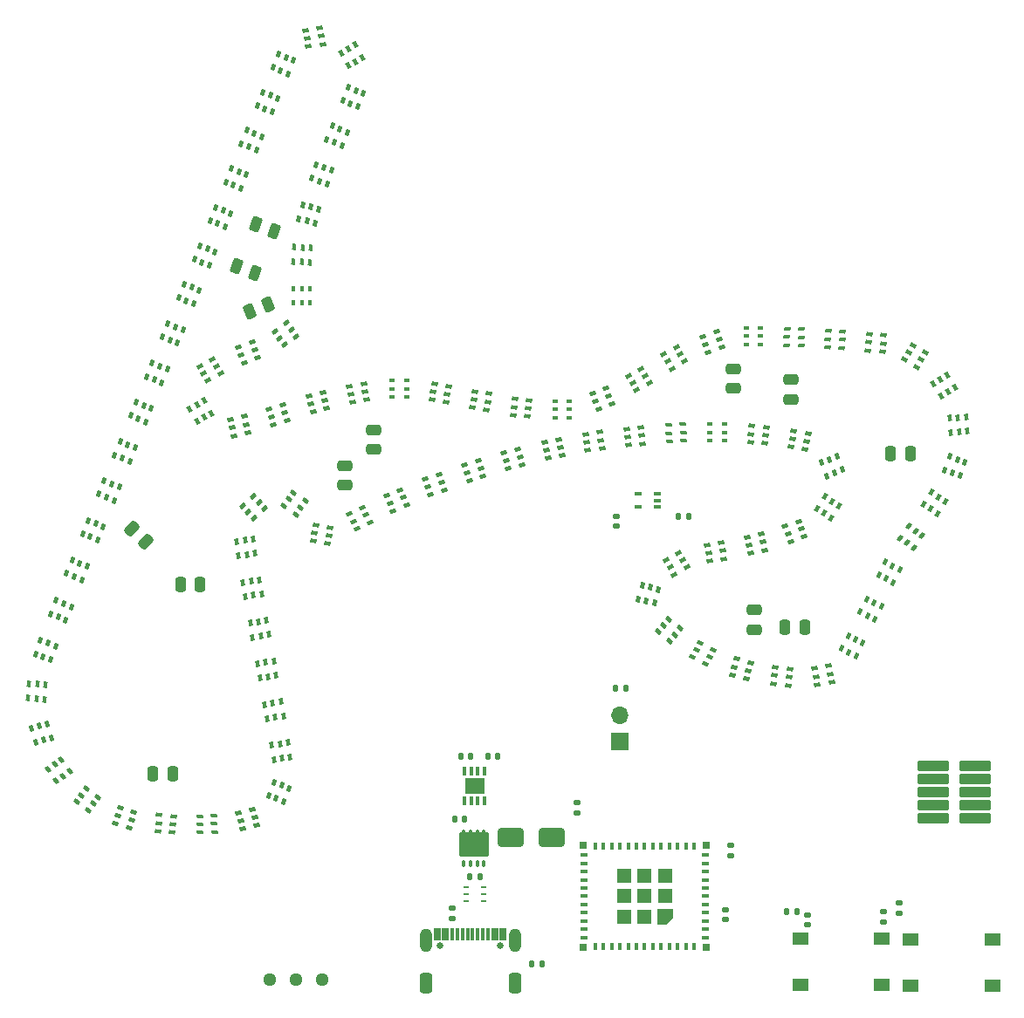
<source format=gbr>
%TF.GenerationSoftware,KiCad,Pcbnew,8.0.1*%
%TF.CreationDate,2024-05-16T13:46:45+01:00*%
%TF.ProjectId,f1-led-circuit,66312d6c-6564-42d6-9369-72637569742e,v1.0*%
%TF.SameCoordinates,Original*%
%TF.FileFunction,Soldermask,Top*%
%TF.FilePolarity,Negative*%
%FSLAX46Y46*%
G04 Gerber Fmt 4.6, Leading zero omitted, Abs format (unit mm)*
G04 Created by KiCad (PCBNEW 8.0.1) date 2024-05-16 13:46:45*
%MOMM*%
%LPD*%
G01*
G04 APERTURE LIST*
G04 Aperture macros list*
%AMRoundRect*
0 Rectangle with rounded corners*
0 $1 Rounding radius*
0 $2 $3 $4 $5 $6 $7 $8 $9 X,Y pos of 4 corners*
0 Add a 4 corners polygon primitive as box body*
4,1,4,$2,$3,$4,$5,$6,$7,$8,$9,$2,$3,0*
0 Add four circle primitives for the rounded corners*
1,1,$1+$1,$2,$3*
1,1,$1+$1,$4,$5*
1,1,$1+$1,$6,$7*
1,1,$1+$1,$8,$9*
0 Add four rect primitives between the rounded corners*
20,1,$1+$1,$2,$3,$4,$5,0*
20,1,$1+$1,$4,$5,$6,$7,0*
20,1,$1+$1,$6,$7,$8,$9,0*
20,1,$1+$1,$8,$9,$2,$3,0*%
%AMRotRect*
0 Rectangle, with rotation*
0 The origin of the aperture is its center*
0 $1 length*
0 $2 width*
0 $3 Rotation angle, in degrees counterclockwise*
0 Add horizontal line*
21,1,$1,$2,0,0,$3*%
%AMFreePoly0*
4,1,6,0.725000,-0.725000,-0.725000,-0.725000,-0.725000,0.125000,-0.125000,0.725000,0.725000,0.725000,0.725000,-0.725000,0.725000,-0.725000,$1*%
G04 Aperture macros list end*
%ADD10RotRect,0.600000X0.400000X345.000000*%
%ADD11C,0.650000*%
%ADD12RoundRect,0.040000X-0.300000X-0.575000X0.300000X-0.575000X0.300000X0.575000X-0.300000X0.575000X0*%
%ADD13RoundRect,0.040000X-0.150000X-0.575000X0.150000X-0.575000X0.150000X0.575000X-0.150000X0.575000X0*%
%ADD14O,1.204000X2.304000*%
%ADD15RoundRect,0.301000X-0.301000X-0.701000X0.301000X-0.701000X0.301000X0.701000X-0.301000X0.701000X0*%
%ADD16RotRect,0.600000X0.400000X120.000000*%
%ADD17R,1.550000X1.300000*%
%ADD18RoundRect,0.250000X-0.475000X0.250000X-0.475000X-0.250000X0.475000X-0.250000X0.475000X0.250000X0*%
%ADD19RotRect,0.600000X0.400000X200.000000*%
%ADD20RotRect,0.600000X0.400000X190.000000*%
%ADD21RotRect,0.600000X0.400000X247.000000*%
%ADD22RotRect,0.600000X0.400000X248.000000*%
%ADD23RotRect,0.600000X0.400000X98.000000*%
%ADD24RoundRect,0.250000X-0.250000X-0.475000X0.250000X-0.475000X0.250000X0.475000X-0.250000X0.475000X0*%
%ADD25RotRect,0.600000X0.400000X35.000000*%
%ADD26R,0.304800X0.812800*%
%ADD27R,1.854200X1.600200*%
%ADD28RotRect,0.600000X0.400000X198.000000*%
%ADD29RoundRect,0.250000X0.397383X0.360849X-0.072464X0.531859X-0.397383X-0.360849X0.072464X-0.531859X0*%
%ADD30R,0.600000X0.400000*%
%ADD31RoundRect,0.140000X-0.170000X0.140000X-0.170000X-0.140000X0.170000X-0.140000X0.170000X0.140000X0*%
%ADD32R,1.700000X1.700000*%
%ADD33O,1.700000X1.700000*%
%ADD34RotRect,0.600000X0.400000X55.000000*%
%ADD35RoundRect,0.140000X-0.140000X-0.170000X0.140000X-0.170000X0.140000X0.170000X-0.140000X0.170000X0*%
%ADD36RotRect,0.600000X0.400000X87.000000*%
%ADD37RotRect,0.600000X0.400000X355.000000*%
%ADD38RoundRect,0.250000X-1.000000X-0.650000X1.000000X-0.650000X1.000000X0.650000X-1.000000X0.650000X0*%
%ADD39RotRect,0.600000X0.400000X6.000000*%
%ADD40RotRect,0.600000X0.400000X170.000000*%
%ADD41RotRect,0.600000X0.400000X319.000000*%
%ADD42RotRect,0.600000X0.400000X67.000000*%
%ADD43RoundRect,0.140000X0.170000X-0.140000X0.170000X0.140000X-0.170000X0.140000X-0.170000X-0.140000X0*%
%ADD44RoundRect,0.250000X-0.512652X-0.159099X-0.159099X-0.512652X0.512652X0.159099X0.159099X0.512652X0*%
%ADD45RoundRect,0.140000X0.140000X0.170000X-0.140000X0.170000X-0.140000X-0.170000X0.140000X-0.170000X0*%
%ADD46R,0.800000X0.400000*%
%ADD47R,0.400000X0.800000*%
%ADD48FreePoly0,180.000000*%
%ADD49R,1.450000X1.450000*%
%ADD50R,0.700000X0.700000*%
%ADD51RotRect,0.600000X0.400000X250.000000*%
%ADD52RotRect,0.600000X0.400000X100.000000*%
%ADD53RotRect,0.600000X0.400000X99.000000*%
%ADD54RotRect,0.600000X0.400000X175.000000*%
%ADD55RoundRect,0.100000X0.100000X-0.200000X0.100000X0.200000X-0.100000X0.200000X-0.100000X-0.200000X0*%
%ADD56RoundRect,0.100000X1.300000X-1.075000X1.300000X1.075000X-1.300000X1.075000X-1.300000X-1.075000X0*%
%ADD57RotRect,0.600000X0.400000X192.000000*%
%ADD58RoundRect,0.135000X-0.135000X-0.185000X0.135000X-0.185000X0.135000X0.185000X-0.135000X0.185000X0*%
%ADD59RotRect,0.600000X0.400000X349.000000*%
%ADD60RotRect,0.600000X0.400000X70.000000*%
%ADD61RotRect,0.600000X0.400000X27.000000*%
%ADD62RotRect,0.600000X0.400000X324.000000*%
%ADD63RotRect,0.600000X0.400000X193.000000*%
%ADD64RotRect,0.600000X0.400000X237.000000*%
%ADD65RotRect,0.600000X0.400000X149.000000*%
%ADD66RotRect,0.600000X0.400000X266.000000*%
%ADD67RoundRect,0.135000X0.185000X-0.135000X0.185000X0.135000X-0.185000X0.135000X-0.185000X-0.135000X0*%
%ADD68RotRect,0.600000X0.400000X325.000000*%
%ADD69RotRect,0.600000X0.400000X42.000000*%
%ADD70RotRect,0.600000X0.400000X356.000000*%
%ADD71RoundRect,0.250000X0.250000X0.475000X-0.250000X0.475000X-0.250000X-0.475000X0.250000X-0.475000X0*%
%ADD72RoundRect,0.135000X0.135000X0.185000X-0.135000X0.185000X-0.135000X-0.185000X0.135000X-0.185000X0*%
%ADD73RotRect,0.600000X0.400000X197.000000*%
%ADD74RotRect,0.600000X0.400000X177.000000*%
%ADD75RotRect,0.600000X0.400000X210.000000*%
%ADD76RotRect,0.600000X0.400000X19.000000*%
%ADD77RotRect,0.600000X0.400000X286.000000*%
%ADD78RoundRect,0.135000X-0.185000X0.135000X-0.185000X-0.135000X0.185000X-0.135000X0.185000X0.135000X0*%
%ADD79RotRect,0.600000X0.400000X23.000000*%
%ADD80R,0.604799X0.229400*%
%ADD81RotRect,0.600000X0.400000X63.000000*%
%ADD82RotRect,0.600000X0.400000X8.000000*%
%ADD83RoundRect,0.250000X-0.044529X-0.534923X0.415723X-0.339557X0.044529X0.534923X-0.415723X0.339557X0*%
%ADD84RotRect,0.600000X0.400000X202.000000*%
%ADD85R,0.400000X0.600000*%
%ADD86RotRect,0.600000X0.400000X123.000000*%
%ADD87RotRect,0.600000X0.400000X350.000000*%
%ADD88RotRect,0.600000X0.400000X95.000000*%
%ADD89RotRect,0.600000X0.400000X75.000000*%
%ADD90RotRect,0.600000X0.400000X354.000000*%
%ADD91C,1.295400*%
%ADD92RotRect,0.600000X0.400000X68.000000*%
%ADD93RotRect,0.600000X0.400000X2.000000*%
%ADD94RotRect,0.600000X0.400000X30.000000*%
%ADD95RoundRect,0.100000X0.225000X0.100000X-0.225000X0.100000X-0.225000X-0.100000X0.225000X-0.100000X0*%
%ADD96RotRect,0.600000X0.400000X178.000000*%
%ADD97RotRect,0.600000X0.400000X18.000000*%
%ADD98RotRect,0.600000X0.400000X292.000000*%
%ADD99RotRect,0.600000X0.400000X57.000000*%
%ADD100RoundRect,0.250000X0.475000X-0.250000X0.475000X0.250000X-0.475000X0.250000X-0.475000X-0.250000X0*%
%ADD101RoundRect,0.250000X-0.397383X-0.360849X0.072464X-0.531859X0.397383X0.360849X-0.072464X0.531859X0*%
%ADD102RotRect,0.600000X0.400000X10.000000*%
%ADD103RotRect,0.600000X0.400000X20.000000*%
%ADD104RotRect,0.600000X0.400000X195.000000*%
%ADD105RoundRect,0.102000X1.395000X-0.370000X1.395000X0.370000X-1.395000X0.370000X-1.395000X-0.370000X0*%
%ADD106RotRect,0.600000X0.400000X3.000000*%
%ADD107RotRect,0.600000X0.400000X12.000000*%
%ADD108RotRect,0.600000X0.400000X211.000000*%
%ADD109RotRect,0.600000X0.400000X16.000000*%
%ADD110RotRect,0.600000X0.400000X344.000000*%
%ADD111RotRect,0.600000X0.400000X332.000000*%
%ADD112RotRect,0.600000X0.400000X255.000000*%
%ADD113RotRect,0.600000X0.400000X305.000000*%
%ADD114RotRect,0.600000X0.400000X15.000000*%
G04 APERTURE END LIST*
D10*
%TO.C,U1*%
X174155907Y-115546086D03*
X173948852Y-116318827D03*
X173741797Y-117091567D03*
X175508203Y-115908433D03*
X175301148Y-116681173D03*
X175094093Y-117453914D03*
%TD*%
D11*
%TO.C,J1*%
X145432500Y-143357500D03*
X151212500Y-143357500D03*
D12*
X145122500Y-142282500D03*
X145922500Y-142282500D03*
D13*
X147072500Y-142282500D03*
X148072500Y-142282500D03*
X148572500Y-142282500D03*
X149572500Y-142282500D03*
X150072500Y-142282500D03*
X149072500Y-142282500D03*
X147572500Y-142282500D03*
X146572500Y-142282500D03*
D12*
X150722500Y-142282500D03*
X151522500Y-142282500D03*
D14*
X144002500Y-142857500D03*
X152642500Y-142857500D03*
D15*
X144002500Y-147037500D03*
X152642500Y-147037500D03*
%TD*%
D16*
%TO.C,U68*%
X121832179Y-92481217D03*
X122525000Y-92081218D03*
X123217821Y-91681217D03*
X121132179Y-91268783D03*
X121825000Y-90868782D03*
X122517821Y-90468783D03*
%TD*%
D17*
%TO.C,SW1*%
X180325000Y-142675000D03*
X180325000Y-147175000D03*
X188275000Y-142675000D03*
X188275000Y-147175000D03*
%TD*%
D18*
%TO.C,C24*%
X173850000Y-87400000D03*
X173850000Y-89300000D03*
%TD*%
D19*
%TO.C,U8*%
X180731400Y-103687340D03*
X180457784Y-102935585D03*
X180184169Y-102183832D03*
X179415831Y-104166168D03*
X179142216Y-103414415D03*
X178868600Y-102662660D03*
%TD*%
D20*
%TO.C,U72*%
X138278284Y-90391292D03*
X138139365Y-89603447D03*
X138000447Y-88815600D03*
X136899553Y-90634400D03*
X136760635Y-89846553D03*
X136621716Y-89058708D03*
%TD*%
D21*
%TO.C,U55*%
X129684916Y-61168231D03*
X128948512Y-60855646D03*
X128212109Y-60543061D03*
X129137891Y-62456939D03*
X128401488Y-62144354D03*
X127665084Y-61831769D03*
%TD*%
D22*
%TO.C,U45*%
X114303972Y-98850657D03*
X113562225Y-98550971D03*
X112820478Y-98251286D03*
X113779522Y-100148714D03*
X113037775Y-99849029D03*
X112296028Y-99549343D03*
%TD*%
D23*
%TO.C,U26*%
X125880207Y-105529526D03*
X126672421Y-105418188D03*
X127464636Y-105306849D03*
X125685364Y-104143151D03*
X126477579Y-104031812D03*
X127269793Y-103920474D03*
%TD*%
D24*
%TO.C,C26*%
X189125000Y-95575000D03*
X191025000Y-95575000D03*
%TD*%
D25*
%TO.C,U65*%
X129367732Y-83746182D03*
X129826594Y-84401504D03*
X130285455Y-85056825D03*
X130514545Y-82943175D03*
X130973406Y-83598496D03*
X131432268Y-84253818D03*
%TD*%
D26*
%TO.C,U202*%
X149724979Y-126427600D03*
X149074993Y-126427600D03*
X148425007Y-126427600D03*
X147775021Y-126427600D03*
X147775021Y-129272400D03*
X148425007Y-129272400D03*
X149074993Y-129272400D03*
X149724979Y-129272400D03*
D27*
X148750000Y-127850000D03*
%TD*%
D22*
%TO.C,U46*%
X115853972Y-95050657D03*
X115112225Y-94750971D03*
X114370478Y-94451286D03*
X115329522Y-96348714D03*
X114587775Y-96049029D03*
X113846028Y-95749343D03*
%TD*%
D28*
%TO.C,U81*%
X172712953Y-85319534D03*
X172465740Y-84558689D03*
X172218526Y-83797844D03*
X171381474Y-85752156D03*
X171134260Y-84991311D03*
X170887047Y-84230466D03*
%TD*%
D29*
%TO.C,C22*%
X129292708Y-74024919D03*
X127507292Y-73375081D03*
%TD*%
D30*
%TO.C,U73*%
X142150000Y-90125000D03*
X142150000Y-89325000D03*
X142150000Y-88525000D03*
X140750000Y-90125000D03*
X140750000Y-89325000D03*
X140750000Y-88525000D03*
%TD*%
D24*
%TO.C,C15*%
X117575000Y-126675000D03*
X119475000Y-126675000D03*
%TD*%
D22*
%TO.C,U42*%
X109628971Y-110475656D03*
X108887225Y-110175973D03*
X108145477Y-109876286D03*
X109104523Y-111773714D03*
X108362775Y-111474027D03*
X107621029Y-111174344D03*
%TD*%
D31*
%TO.C,C3*%
X189910000Y-139240000D03*
X189910000Y-140200000D03*
%TD*%
D32*
%TO.C,JP1*%
X162825000Y-123575000D03*
D33*
X162825000Y-121035000D03*
%TD*%
D34*
%TO.C,U91*%
X190043175Y-103814547D03*
X190698497Y-104273406D03*
X191353818Y-104732268D03*
X190846182Y-102667732D03*
X191501503Y-103126594D03*
X192156825Y-103585453D03*
%TD*%
D35*
%TO.C,C7*%
X150020000Y-125000000D03*
X150980000Y-125000000D03*
%TD*%
D36*
%TO.C,U63*%
X131214461Y-76957172D03*
X132013364Y-76999040D03*
X132812268Y-77040909D03*
X131287732Y-75559091D03*
X132086636Y-75600960D03*
X132885539Y-75642828D03*
%TD*%
D37*
%TO.C,U12*%
X175647388Y-92917035D03*
X175577664Y-93713991D03*
X175507939Y-94510947D03*
X177042061Y-93039053D03*
X176972336Y-93836009D03*
X176902612Y-94632965D03*
%TD*%
D38*
%TO.C,D1*%
X152250000Y-132825000D03*
X156250000Y-132825000D03*
%TD*%
D39*
%TO.C,U15*%
X163495211Y-93202554D03*
X163578835Y-93998170D03*
X163662458Y-94793787D03*
X164887542Y-93056213D03*
X164971165Y-93851830D03*
X165054789Y-94647446D03*
%TD*%
D40*
%TO.C,U75*%
X149900447Y-91384400D03*
X150039365Y-90596554D03*
X150178284Y-89808708D03*
X148521716Y-91141292D03*
X148660635Y-90353446D03*
X148799553Y-89565600D03*
%TD*%
D41*
%TO.C,U3*%
X167621551Y-111661991D03*
X167096703Y-112265758D03*
X166571857Y-112869527D03*
X168678143Y-112580473D03*
X168153297Y-113184242D03*
X167628449Y-113788009D03*
%TD*%
D42*
%TO.C,U60*%
X134415084Y-65106768D03*
X135151488Y-65419354D03*
X135887892Y-65731938D03*
X134962108Y-63818062D03*
X135698512Y-64130646D03*
X136434916Y-64443232D03*
%TD*%
D43*
%TO.C,C9*%
X173075000Y-140855000D03*
X173075000Y-139895000D03*
%TD*%
D44*
%TO.C,C21*%
X115528249Y-102853249D03*
X116871751Y-104196751D03*
%TD*%
D22*
%TO.C,U51*%
X123578972Y-76050657D03*
X122837225Y-75750973D03*
X122095477Y-75451286D03*
X123054523Y-77348714D03*
X122312775Y-77049027D03*
X121571028Y-76749343D03*
%TD*%
D45*
%TO.C,C4*%
X147780000Y-131100000D03*
X146820000Y-131100000D03*
%TD*%
D46*
%TO.C,U200*%
X171150000Y-142575000D03*
X171150000Y-141775000D03*
X171150000Y-140975000D03*
X171150000Y-140175000D03*
X171150000Y-139375000D03*
X171150000Y-138575000D03*
X171150000Y-137775000D03*
X171150000Y-136975000D03*
X171150000Y-136175000D03*
X171150000Y-135375000D03*
X171150000Y-134575000D03*
D47*
X170050000Y-133675000D03*
X169250000Y-133675000D03*
X168450000Y-133675000D03*
X167650000Y-133675000D03*
X166850000Y-133675000D03*
X166050000Y-133675000D03*
X165250000Y-133675000D03*
X164450000Y-133675000D03*
X163650000Y-133675000D03*
X162850000Y-133675000D03*
X162050000Y-133675000D03*
X161250000Y-133675000D03*
X160450000Y-133675000D03*
D46*
X159350000Y-134575000D03*
X159350000Y-135375000D03*
X159350000Y-136175000D03*
X159350000Y-136975000D03*
X159350000Y-137775000D03*
X159350000Y-138575000D03*
X159350000Y-139375000D03*
X159350000Y-140175000D03*
X159350000Y-140975000D03*
X159350000Y-141775000D03*
X159350000Y-142575000D03*
D47*
X160450000Y-143475000D03*
X161250000Y-143475000D03*
X162050000Y-143475000D03*
X162850000Y-143475000D03*
X163650000Y-143475000D03*
X164450000Y-143475000D03*
X165250000Y-143475000D03*
X166050000Y-143475000D03*
X166850000Y-143475000D03*
X167650000Y-143475000D03*
X168450000Y-143475000D03*
X169250000Y-143475000D03*
X170050000Y-143475000D03*
D48*
X167225000Y-140550000D03*
D49*
X167225000Y-138575000D03*
X167225000Y-136600000D03*
X165250000Y-140550000D03*
X165250000Y-138575000D03*
X165250000Y-136600000D03*
X163275000Y-140550000D03*
X163275000Y-138575000D03*
X163275000Y-136600000D03*
D50*
X159300000Y-143525000D03*
X159300000Y-133625000D03*
X171200000Y-133625000D03*
X171200000Y-143525000D03*
%TD*%
D51*
%TO.C,U41*%
X108141168Y-114290832D03*
X107389414Y-114017215D03*
X106637659Y-113743599D03*
X107662341Y-115606401D03*
X106910586Y-115332785D03*
X106158832Y-115059168D03*
%TD*%
D52*
%TO.C,U30*%
X128633708Y-121353284D03*
X129421554Y-121214365D03*
X130209400Y-121075447D03*
X128390600Y-119974553D03*
X129178446Y-119835635D03*
X129966292Y-119696716D03*
%TD*%
D53*
%TO.C,U27*%
X126519353Y-109491529D03*
X127309503Y-109366381D03*
X128099654Y-109241234D03*
X126300346Y-108108766D03*
X127090497Y-107983619D03*
X127880647Y-107858471D03*
%TD*%
D54*
%TO.C,U85*%
X188302612Y-85707964D03*
X188372337Y-84911008D03*
X188442061Y-84114054D03*
X186907939Y-85585946D03*
X186977663Y-84788992D03*
X187047388Y-83992036D03*
%TD*%
D55*
%TO.C,Q1*%
X147700000Y-135375000D03*
X148350000Y-135375000D03*
X149000000Y-135375000D03*
X149650000Y-135375000D03*
X149650000Y-132425000D03*
X149000000Y-132425000D03*
X148350000Y-132425000D03*
D56*
X148675000Y-133550000D03*
D55*
X147700000Y-132425000D03*
%TD*%
D57*
%TO.C,U7*%
X176901032Y-104986981D03*
X176734703Y-104204463D03*
X176568373Y-103421945D03*
X175531627Y-105278055D03*
X175365297Y-104495537D03*
X175198968Y-103713019D03*
%TD*%
D58*
%TO.C,R1*%
X179015000Y-140075000D03*
X180035000Y-140075000D03*
%TD*%
D31*
%TO.C,C8*%
X162475000Y-101695000D03*
X162475000Y-102655000D03*
%TD*%
D59*
%TO.C,U11*%
X179715508Y-93381133D03*
X179562862Y-94166435D03*
X179410214Y-94951735D03*
X181089786Y-93648265D03*
X180937138Y-94433565D03*
X180784492Y-95218867D03*
%TD*%
D18*
%TO.C,C1*%
X175900000Y-110775000D03*
X175900000Y-112675000D03*
%TD*%
D60*
%TO.C,U89*%
X194333832Y-97209169D03*
X195085585Y-97482784D03*
X195837340Y-97756401D03*
X194812660Y-95893599D03*
X195564415Y-96167216D03*
X196316168Y-96440831D03*
%TD*%
D22*
%TO.C,U50*%
X122053972Y-79775657D03*
X121312225Y-79475971D03*
X120570478Y-79176286D03*
X121529522Y-81073714D03*
X120787775Y-80774029D03*
X120046028Y-80474343D03*
%TD*%
D61*
%TO.C,U22*%
X136613103Y-101479988D03*
X136976295Y-102192792D03*
X137339488Y-102905599D03*
X137860512Y-100844401D03*
X138223705Y-101557208D03*
X138586897Y-102270012D03*
%TD*%
D62*
%TO.C,U37*%
X111103917Y-128116336D03*
X110633690Y-128763550D03*
X110163461Y-129410764D03*
X112236539Y-128939236D03*
X111766310Y-129586450D03*
X111296083Y-130233664D03*
%TD*%
D63*
%TO.C,U69*%
X126762020Y-93572030D03*
X126582059Y-92792534D03*
X126402098Y-92013038D03*
X125397902Y-93886962D03*
X125217941Y-93107466D03*
X125037980Y-92327970D03*
%TD*%
D64*
%TO.C,U9*%
X184102184Y-100673642D03*
X183431247Y-100237931D03*
X182760311Y-99802219D03*
X183339689Y-101847781D03*
X182668753Y-101412069D03*
X181997816Y-100976358D03*
%TD*%
D22*
%TO.C,U48*%
X118953972Y-87425657D03*
X118212225Y-87125971D03*
X117470478Y-86826286D03*
X118429522Y-88723714D03*
X117687775Y-88424029D03*
X116946028Y-88124343D03*
%TD*%
D65*
%TO.C,U86*%
X191637987Y-87196260D03*
X192050017Y-86510527D03*
X192462048Y-85824793D03*
X190437952Y-86475207D03*
X190849983Y-85789473D03*
X191262013Y-85103740D03*
%TD*%
D66*
%TO.C,U40*%
X107146880Y-118057511D03*
X106348829Y-118001705D03*
X105550777Y-117945899D03*
X107049223Y-119454101D03*
X106251171Y-119398295D03*
X105453120Y-119342489D03*
%TD*%
D30*
%TO.C,U77*%
X157950000Y-92125000D03*
X157950000Y-91325000D03*
X157950000Y-90525000D03*
X156550000Y-92125000D03*
X156550000Y-91325000D03*
X156550000Y-90525000D03*
%TD*%
D67*
%TO.C,R6*%
X158675000Y-130535000D03*
X158675000Y-129515000D03*
%TD*%
D17*
%TO.C,SW2*%
X191000000Y-142750000D03*
X191000000Y-147250000D03*
X198950000Y-142750000D03*
X198950000Y-147250000D03*
%TD*%
D68*
%TO.C,U24*%
X131185453Y-99393175D03*
X130726593Y-100048496D03*
X130267732Y-100703818D03*
X132332268Y-100196182D03*
X131873407Y-100851504D03*
X131414547Y-101506825D03*
%TD*%
D69*
%TO.C,U25*%
X126269494Y-100698876D03*
X126804799Y-101293391D03*
X127340103Y-101887907D03*
X127309897Y-99762093D03*
X127845201Y-100356609D03*
X128380506Y-100951124D03*
%TD*%
D22*
%TO.C,U53*%
X126628972Y-68550657D03*
X125887225Y-68250973D03*
X125145478Y-67951286D03*
X126104522Y-69848714D03*
X125362775Y-69549027D03*
X124621028Y-69249343D03*
%TD*%
%TO.C,U44*%
X112753972Y-102700657D03*
X112012225Y-102400973D03*
X111270478Y-102101286D03*
X112229522Y-103998714D03*
X111487775Y-103699027D03*
X110746028Y-103399343D03*
%TD*%
D54*
%TO.C,U76*%
X153902612Y-92007965D03*
X153972336Y-91211009D03*
X154042061Y-90414054D03*
X152507939Y-91885946D03*
X152577664Y-91088991D03*
X152647388Y-90292035D03*
%TD*%
D70*
%TO.C,U35*%
X118157511Y-130703120D03*
X118101704Y-131501171D03*
X118045900Y-132299222D03*
X119554100Y-130800778D03*
X119498296Y-131598829D03*
X119442489Y-132396880D03*
%TD*%
D71*
%TO.C,C18*%
X122125000Y-108275000D03*
X120225000Y-108275000D03*
%TD*%
D72*
%TO.C,R3*%
X155290000Y-145130000D03*
X154270000Y-145130000D03*
%TD*%
D22*
%TO.C,U47*%
X117403972Y-91225657D03*
X116662225Y-90925971D03*
X115920478Y-90626286D03*
X116879522Y-92523714D03*
X116137775Y-92224029D03*
X115396028Y-91924343D03*
%TD*%
D73*
%TO.C,U70*%
X130603311Y-92385384D03*
X130369413Y-91620339D03*
X130135516Y-90855296D03*
X129264484Y-92794704D03*
X129030587Y-92029661D03*
X128796689Y-91264616D03*
%TD*%
D74*
%TO.C,U84*%
X184382172Y-85360539D03*
X184424041Y-84561635D03*
X184465909Y-83762732D03*
X182984091Y-85287268D03*
X183025959Y-84488365D03*
X183067828Y-83689461D03*
%TD*%
D75*
%TO.C,U5*%
X169331216Y-106642820D03*
X168931217Y-105950000D03*
X168531217Y-105257180D03*
X168118783Y-107342820D03*
X167718783Y-106650000D03*
X167318784Y-105957180D03*
%TD*%
D76*
%TO.C,U20*%
X143977682Y-98096483D03*
X144238137Y-98852898D03*
X144498592Y-99609314D03*
X145301408Y-97640686D03*
X145561863Y-98397102D03*
X145822318Y-99153517D03*
%TD*%
D77*
%TO.C,U39*%
X107326063Y-121831607D03*
X106557054Y-122052118D03*
X105788044Y-122272627D03*
X107711956Y-123177373D03*
X106942946Y-123397882D03*
X106173937Y-123618393D03*
%TD*%
D78*
%TO.C,R4*%
X188375000Y-140065000D03*
X188375000Y-141085000D03*
%TD*%
D53*
%TO.C,U31*%
X129294354Y-125291529D03*
X130084504Y-125166381D03*
X130874655Y-125041234D03*
X129075345Y-123908766D03*
X129865496Y-123783619D03*
X130655646Y-123658471D03*
%TD*%
D79*
%TO.C,U21*%
X140243062Y-99687108D03*
X140555646Y-100423512D03*
X140868231Y-101159916D03*
X141531769Y-99140084D03*
X141844354Y-99876488D03*
X142156938Y-100612892D03*
%TD*%
D16*
%TO.C,U58*%
X136507180Y-57956218D03*
X137200000Y-57556218D03*
X137892820Y-57156218D03*
X135807180Y-56743782D03*
X136500000Y-56343782D03*
X137192820Y-55943782D03*
%TD*%
D80*
%TO.C,U203*%
X149648500Y-139024986D03*
X149648500Y-138375000D03*
X149648500Y-137725014D03*
X147951500Y-137725014D03*
X147951500Y-138375000D03*
X147951500Y-139024986D03*
%TD*%
D81*
%TO.C,U94*%
X184344401Y-114535512D03*
X185057208Y-114898705D03*
X185770012Y-115261897D03*
X184979988Y-113288103D03*
X185692792Y-113651295D03*
X186405599Y-114014488D03*
%TD*%
D82*
%TO.C,U16*%
X159520474Y-93730206D03*
X159631813Y-94522421D03*
X159743151Y-95314636D03*
X160906849Y-93535364D03*
X161018187Y-94327579D03*
X161129526Y-95119794D03*
%TD*%
D58*
%TO.C,R5*%
X148240000Y-136650000D03*
X149260000Y-136650000D03*
%TD*%
D83*
%TO.C,C19*%
X126950520Y-81846194D03*
X128699480Y-81103806D03*
%TD*%
D84*
%TO.C,U78*%
X162073714Y-90754522D03*
X161774029Y-90012775D03*
X161474344Y-89271028D03*
X160775656Y-91278972D03*
X160475971Y-90537225D03*
X160176286Y-89795478D03*
%TD*%
D67*
%TO.C,R2*%
X146620000Y-140710000D03*
X146620000Y-139690000D03*
%TD*%
D53*
%TO.C,U29*%
X127919354Y-117391529D03*
X128709505Y-117266382D03*
X129499655Y-117141234D03*
X127700345Y-116008766D03*
X128490495Y-115883618D03*
X129280646Y-115758471D03*
%TD*%
D85*
%TO.C,U64*%
X131200000Y-81000000D03*
X132000000Y-81000000D03*
X132800000Y-81000000D03*
X131200000Y-79600000D03*
X132000000Y-79600000D03*
X132800000Y-79600000D03*
%TD*%
D86*
%TO.C,U87*%
X193985311Y-90022782D03*
X194656248Y-89587069D03*
X195327183Y-89151359D03*
X193222817Y-88848641D03*
X193893752Y-88412931D03*
X194564689Y-87977218D03*
%TD*%
D22*
%TO.C,U49*%
X120466747Y-83599686D03*
X119725000Y-83300000D03*
X118983253Y-83000315D03*
X119942297Y-84897743D03*
X119200550Y-84598058D03*
X118458803Y-84298372D03*
%TD*%
D52*
%TO.C,U28*%
X127233708Y-113453285D03*
X128021554Y-113314366D03*
X128809400Y-113175447D03*
X126990600Y-112074553D03*
X127778446Y-111935634D03*
X128566292Y-111796715D03*
%TD*%
D87*
%TO.C,U23*%
X133374553Y-102540600D03*
X133235635Y-103328446D03*
X133096716Y-104116292D03*
X134753284Y-102783708D03*
X134614365Y-103571554D03*
X134475447Y-104359400D03*
%TD*%
D88*
%TO.C,U88*%
X194964054Y-93567061D03*
X195761009Y-93497336D03*
X196557965Y-93427612D03*
X194842035Y-92172388D03*
X195638991Y-92102664D03*
X196435946Y-92032939D03*
%TD*%
D67*
%TO.C,R7*%
X173625000Y-134685000D03*
X173625000Y-133665000D03*
%TD*%
D89*
%TO.C,U62*%
X131721086Y-72819093D03*
X132493827Y-73026149D03*
X133266567Y-73233203D03*
X132083433Y-71466797D03*
X132856173Y-71673851D03*
X133628914Y-71880907D03*
%TD*%
D90*
%TO.C,U96*%
X177937458Y-116356213D03*
X177853835Y-117151831D03*
X177770212Y-117947448D03*
X179329788Y-116502552D03*
X179246165Y-117298169D03*
X179162542Y-118093787D03*
%TD*%
D18*
%TO.C,C25*%
X138925000Y-93300000D03*
X138925000Y-95200000D03*
%TD*%
D91*
%TO.C,SW3*%
X128870000Y-146700000D03*
X131410000Y-146700000D03*
X133950000Y-146700000D03*
%TD*%
D92*
%TO.C,U59*%
X135971028Y-61349343D03*
X136712776Y-61649028D03*
X137454523Y-61948714D03*
X136495477Y-60051286D03*
X137237224Y-60350972D03*
X137978972Y-60650657D03*
%TD*%
D93*
%TO.C,U34*%
X122072507Y-130799917D03*
X122100426Y-131599430D03*
X122128346Y-132398942D03*
X123471654Y-130751058D03*
X123499574Y-131550570D03*
X123527493Y-132350083D03*
%TD*%
D58*
%TO.C,R8*%
X162440000Y-118400000D03*
X163460000Y-118400000D03*
%TD*%
D94*
%TO.C,U67*%
X122093782Y-87157180D03*
X122493782Y-87850000D03*
X122893782Y-88542820D03*
X123306218Y-86457180D03*
X123706218Y-87150000D03*
X124106218Y-87842820D03*
%TD*%
D95*
%TO.C,U201*%
X166500000Y-100812500D03*
X166500000Y-100162500D03*
X166500000Y-99512500D03*
X164600000Y-99512500D03*
X164600000Y-100812500D03*
%TD*%
D96*
%TO.C,U83*%
X180421655Y-85123942D03*
X180449574Y-84324429D03*
X180477493Y-83524918D03*
X179022507Y-85075082D03*
X179050426Y-84275571D03*
X179078345Y-83476058D03*
%TD*%
D31*
%TO.C,C2*%
X181070000Y-140390000D03*
X181070000Y-141350000D03*
%TD*%
D97*
%TO.C,U19*%
X147762047Y-96755467D03*
X148009261Y-97516312D03*
X148256474Y-98277157D03*
X149093526Y-96322843D03*
X149340739Y-97083688D03*
X149587953Y-97844533D03*
%TD*%
D45*
%TO.C,C10*%
X169500000Y-101750000D03*
X168540000Y-101750000D03*
%TD*%
D98*
%TO.C,U10*%
X183904522Y-95876286D03*
X183162775Y-96175971D03*
X182421028Y-96475656D03*
X184428972Y-97174344D03*
X183687225Y-97474029D03*
X182945478Y-97773714D03*
%TD*%
D21*
%TO.C,U56*%
X131209916Y-57468232D03*
X130473512Y-57155647D03*
X129737108Y-56843062D03*
X130662892Y-58756938D03*
X129926488Y-58444353D03*
X129190084Y-58131768D03*
%TD*%
D30*
%TO.C,U13*%
X171600000Y-92750000D03*
X171600000Y-93550000D03*
X171600000Y-94350000D03*
X173000000Y-92750000D03*
X173000000Y-93550000D03*
X173000000Y-94350000D03*
%TD*%
D92*
%TO.C,U32*%
X128771028Y-128799344D03*
X129512776Y-129099029D03*
X130254522Y-129398714D03*
X129295478Y-127501286D03*
X130037224Y-127800971D03*
X130778972Y-128100656D03*
%TD*%
D20*
%TO.C,U57*%
X134028284Y-55866292D03*
X133889367Y-55078447D03*
X133750447Y-54290601D03*
X132649553Y-56109399D03*
X132510633Y-55321553D03*
X132371716Y-54533708D03*
%TD*%
D99*
%TO.C,U90*%
X192322816Y-100551358D03*
X192993754Y-100987070D03*
X193664689Y-101422781D03*
X193085311Y-99377219D03*
X193756246Y-99812930D03*
X194427184Y-100248642D03*
%TD*%
D24*
%TO.C,C23*%
X178875000Y-112475000D03*
X180775000Y-112475000D03*
%TD*%
D100*
%TO.C,C17*%
X179450000Y-90325000D03*
X179450000Y-88425000D03*
%TD*%
D101*
%TO.C,C20*%
X125632292Y-77400081D03*
X127417708Y-78049919D03*
%TD*%
D40*
%TO.C,U74*%
X145975447Y-90634400D03*
X146114366Y-89846554D03*
X146253284Y-89058708D03*
X144596716Y-90391292D03*
X144735634Y-89603446D03*
X144874553Y-88815600D03*
%TD*%
D102*
%TO.C,U95*%
X181721715Y-116458709D03*
X181860634Y-117246555D03*
X181999553Y-118034400D03*
X183100447Y-116215600D03*
X183239366Y-117003445D03*
X183378285Y-117791291D03*
%TD*%
D103*
%TO.C,U66*%
X125843599Y-85262660D03*
X126117215Y-86014414D03*
X126390831Y-86766168D03*
X127159169Y-84783832D03*
X127432785Y-85535586D03*
X127706401Y-86287340D03*
%TD*%
D22*
%TO.C,U52*%
X125103972Y-72300657D03*
X124362224Y-72000972D03*
X123620477Y-71701286D03*
X124579523Y-73598714D03*
X123837776Y-73299028D03*
X123096028Y-72999343D03*
%TD*%
D104*
%TO.C,U71*%
X134433203Y-91216566D03*
X134226148Y-90443827D03*
X134019093Y-89671086D03*
X133080907Y-91578914D03*
X132873852Y-90806173D03*
X132666797Y-90033434D03*
%TD*%
D105*
%TO.C,J2*%
X197325000Y-130970000D03*
X193255000Y-130970000D03*
X197325000Y-129700000D03*
X193255000Y-129700000D03*
X197325000Y-128430000D03*
X193255000Y-128430000D03*
X197325000Y-127160000D03*
X193255000Y-127160000D03*
X197325000Y-125890000D03*
X193255000Y-125890000D03*
%TD*%
D106*
%TO.C,U14*%
X167559091Y-92837731D03*
X167600959Y-93636636D03*
X167642828Y-94435539D03*
X168957172Y-92764461D03*
X168999041Y-93563364D03*
X169040909Y-94362269D03*
%TD*%
D60*
%TO.C,U61*%
X132933832Y-68884169D03*
X133685586Y-69157784D03*
X134437340Y-69431401D03*
X133412660Y-67568599D03*
X134164414Y-67842216D03*
X134916168Y-68115831D03*
%TD*%
D18*
%TO.C,C16*%
X136175000Y-96800000D03*
X136175000Y-98700000D03*
%TD*%
D81*
%TO.C,U92*%
X187944401Y-107385512D03*
X188657208Y-107748705D03*
X189370012Y-108111897D03*
X188579988Y-106138103D03*
X189292792Y-106501295D03*
X190005599Y-106864488D03*
%TD*%
D107*
%TO.C,U17*%
X155523967Y-94513020D03*
X155690297Y-95295537D03*
X155856626Y-96078055D03*
X156893374Y-94221945D03*
X157059703Y-95004463D03*
X157226033Y-95786980D03*
%TD*%
D30*
%TO.C,U82*%
X176475000Y-85025000D03*
X176475000Y-84225000D03*
X176475000Y-83425000D03*
X175075000Y-85025000D03*
X175075000Y-84225000D03*
X175075000Y-83425000D03*
%TD*%
D108*
%TO.C,U79*%
X165687049Y-88750208D03*
X165275017Y-88064473D03*
X164862987Y-87378740D03*
X164487013Y-89471260D03*
X164074983Y-88785527D03*
X163662951Y-88099792D03*
%TD*%
D109*
%TO.C,U18*%
X151581607Y-95548937D03*
X151802116Y-96317946D03*
X152022627Y-97086956D03*
X152927373Y-95163044D03*
X153147884Y-95932054D03*
X153368393Y-96701063D03*
%TD*%
D22*
%TO.C,U54*%
X128143972Y-64840657D03*
X127402225Y-64540971D03*
X126660478Y-64241286D03*
X127619522Y-66138714D03*
X126877775Y-65839029D03*
X126136028Y-65539343D03*
%TD*%
D110*
%TO.C,U36*%
X114372627Y-129988044D03*
X114152117Y-130757053D03*
X113931607Y-131526063D03*
X115718393Y-130373937D03*
X115497883Y-131142947D03*
X115277373Y-131911956D03*
%TD*%
D111*
%TO.C,U2*%
X170657514Y-113965012D03*
X170281937Y-114671370D03*
X169906359Y-115377729D03*
X171893641Y-114622271D03*
X171518063Y-115328630D03*
X171142486Y-116034988D03*
%TD*%
D112*
%TO.C,U4*%
X166553914Y-108780907D03*
X165781173Y-108573853D03*
X165008432Y-108366796D03*
X166191568Y-110133204D03*
X165418827Y-109926147D03*
X164646086Y-109719093D03*
%TD*%
D113*
%TO.C,U38*%
X108678818Y-125317732D03*
X108023496Y-125776594D03*
X107368175Y-126235455D03*
X109481825Y-126464545D03*
X108826504Y-126923406D03*
X108171182Y-127382268D03*
%TD*%
D75*
%TO.C,U80*%
X169106218Y-86667820D03*
X168706218Y-85974999D03*
X168306218Y-85282180D03*
X167893782Y-87367820D03*
X167493782Y-86675001D03*
X167093782Y-85982180D03*
%TD*%
D81*
%TO.C,U93*%
X186144401Y-110960512D03*
X186857208Y-111323705D03*
X187570012Y-111686897D03*
X186779988Y-109713103D03*
X187492792Y-110076295D03*
X188205599Y-110439488D03*
%TD*%
D22*
%TO.C,U43*%
X111203972Y-106550656D03*
X110462225Y-106250971D03*
X109720478Y-105951286D03*
X110679522Y-107848714D03*
X109937775Y-107549029D03*
X109196028Y-107249344D03*
%TD*%
D45*
%TO.C,C6*%
X148380000Y-124975000D03*
X147420000Y-124975000D03*
%TD*%
D20*
%TO.C,U6*%
X172953284Y-105816293D03*
X172814365Y-105028447D03*
X172675447Y-104240601D03*
X171574553Y-106059399D03*
X171435635Y-105271553D03*
X171296716Y-104483707D03*
%TD*%
D114*
%TO.C,U33*%
X125866796Y-130508432D03*
X126073852Y-131281173D03*
X126280907Y-132053913D03*
X127219093Y-130146087D03*
X127426148Y-130918827D03*
X127633204Y-131691568D03*
%TD*%
M02*

</source>
